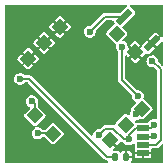
<source format=gbr>
%TF.GenerationSoftware,KiCad,Pcbnew,7.0.6*%
%TF.CreationDate,2024-02-16T19:59:29+01:00*%
%TF.ProjectId,minitari,6d696e69-7461-4726-992e-6b696361645f,rev?*%
%TF.SameCoordinates,Original*%
%TF.FileFunction,Copper,L1,Top*%
%TF.FilePolarity,Positive*%
%FSLAX46Y46*%
G04 Gerber Fmt 4.6, Leading zero omitted, Abs format (unit mm)*
G04 Created by KiCad (PCBNEW 7.0.6) date 2024-02-16 19:59:29*
%MOMM*%
%LPD*%
G01*
G04 APERTURE LIST*
G04 Aperture macros list*
%AMRoundRect*
0 Rectangle with rounded corners*
0 $1 Rounding radius*
0 $2 $3 $4 $5 $6 $7 $8 $9 X,Y pos of 4 corners*
0 Add a 4 corners polygon primitive as box body*
4,1,4,$2,$3,$4,$5,$6,$7,$8,$9,$2,$3,0*
0 Add four circle primitives for the rounded corners*
1,1,$1+$1,$2,$3*
1,1,$1+$1,$4,$5*
1,1,$1+$1,$6,$7*
1,1,$1+$1,$8,$9*
0 Add four rect primitives between the rounded corners*
20,1,$1+$1,$2,$3,$4,$5,0*
20,1,$1+$1,$4,$5,$6,$7,0*
20,1,$1+$1,$6,$7,$8,$9,0*
20,1,$1+$1,$8,$9,$2,$3,0*%
%AMRotRect*
0 Rectangle, with rotation*
0 The origin of the aperture is its center*
0 $1 length*
0 $2 width*
0 $3 Rotation angle, in degrees counterclockwise*
0 Add horizontal line*
21,1,$1,$2,0,0,$3*%
G04 Aperture macros list end*
%TA.AperFunction,SMDPad,CuDef*%
%ADD10RotRect,0.550000X1.500000X135.000000*%
%TD*%
%TA.AperFunction,SMDPad,CuDef*%
%ADD11RoundRect,0.147500X0.147500X0.172500X-0.147500X0.172500X-0.147500X-0.172500X0.147500X-0.172500X0*%
%TD*%
%TA.AperFunction,SMDPad,CuDef*%
%ADD12R,1.000000X0.500000*%
%TD*%
%TA.AperFunction,SMDPad,CuDef*%
%ADD13RotRect,1.000000X1.000000X225.000000*%
%TD*%
%TA.AperFunction,ViaPad*%
%ADD14C,0.600000*%
%TD*%
%TA.AperFunction,Conductor*%
%ADD15C,0.200000*%
%TD*%
G04 APERTURE END LIST*
D10*
%TO.P,SW3,1,A*%
%TO.N,GND*%
X125066726Y-67996016D03*
%TO.P,SW3,3,B*%
%TO.N,D22*%
X122733274Y-65733274D03*
%TD*%
D11*
%TO.P,D1,1,K*%
%TO.N,GND*%
X122885000Y-77600000D03*
%TO.P,D1,2,A*%
%TO.N,Net-(D1-A)*%
X121915000Y-77600000D03*
%TD*%
D12*
%TO.P,J3,1,Pin_1*%
%TO.N,GND*%
X124300000Y-77275000D03*
%TO.P,J3,2,Pin_2*%
%TO.N,Net-(J3-Pin_2)*%
X124300000Y-76575000D03*
%TO.P,J3,3,Pin_3*%
%TO.N,Net-(J3-Pin_3)*%
X124300000Y-75875000D03*
%TO.P,J3,4,Pin_4*%
%TO.N,VCC*%
X124300000Y-75175000D03*
%TD*%
D13*
%TO.P,SW1,1,1_1*%
%TO.N,D16{slash}MOSI*%
X124208326Y-73521320D03*
%TO.P,SW1,2,3_1*%
%TO.N,D14{slash}MISO*%
X122864823Y-74864823D03*
%TO.P,SW1,3,2_2*%
%TO.N,GND*%
X121521320Y-76208326D03*
%TO.P,SW1,4,2_1*%
%TO.N,D1{slash}TX*%
X116712994Y-75642641D03*
%TO.P,SW1,5,5_1*%
%TO.N,D4*%
X115157359Y-74087006D03*
%TO.P,SW1,6,5_2*%
%TO.N,GND*%
X114591674Y-69278680D03*
%TO.P,SW1,7,3_2*%
X115935177Y-67935177D03*
%TO.P,SW1,8,4_2*%
X117278680Y-66591674D03*
%TO.P,SW1,9,4_1*%
%TO.N,D23*%
X122087006Y-67157359D03*
%TO.P,SW1,10,1_2*%
%TO.N,GND*%
X123642641Y-68712994D03*
%TD*%
D14*
%TO.N,GND*%
X118000000Y-76300000D03*
X120100000Y-77600000D03*
X125000000Y-71600000D03*
X119400000Y-71400000D03*
%TO.N,VCC*%
X125200000Y-74900000D03*
X122500000Y-68275500D03*
X123100000Y-76100000D03*
X120558070Y-75758069D03*
X123870105Y-72446643D03*
%TO.N,Net-(D1-A)*%
X113900000Y-71000000D03*
%TO.N,D14{slash}MISO*%
X122864823Y-74864823D03*
%TO.N,D16{slash}MOSI*%
X123716149Y-74001112D03*
%TO.N,Net-(J3-Pin_2)*%
X125110000Y-69500000D03*
%TO.N,Net-(J3-Pin_3)*%
X125200500Y-75863536D03*
%TO.N,D1{slash}TX*%
X115400000Y-75600000D03*
%TO.N,D4*%
X114900000Y-72900000D03*
%TO.N,D22*%
X119800000Y-67000000D03*
%TO.N,D23*%
X122123992Y-67069720D03*
%TD*%
D15*
%TO.N,VCC*%
X123100000Y-76100000D02*
X123100000Y-75761018D01*
X123686018Y-75175000D02*
X124300000Y-75175000D01*
X125200000Y-75000000D02*
X125025000Y-75175000D01*
X125025000Y-75175000D02*
X124300000Y-75175000D01*
X121801219Y-75201219D02*
X122700000Y-76100000D01*
X122500000Y-71076538D02*
X122500000Y-68275500D01*
X122700000Y-76100000D02*
X123100000Y-76100000D01*
X123100000Y-75761018D02*
X123686018Y-75175000D01*
X123870105Y-72446643D02*
X122500000Y-71076538D01*
X121114920Y-75201219D02*
X121801219Y-75201219D01*
X125200000Y-74900000D02*
X125200000Y-75000000D01*
X120558070Y-75758069D02*
X121114920Y-75201219D01*
%TO.N,Net-(D1-A)*%
X121300000Y-77600000D02*
X114700000Y-71000000D01*
X121915000Y-77600000D02*
X121300000Y-77600000D01*
X114700000Y-71000000D02*
X113900000Y-71000000D01*
%TO.N,Net-(J3-Pin_2)*%
X125800000Y-70190000D02*
X125800000Y-76200000D01*
X125110000Y-69500000D02*
X125800000Y-70190000D01*
X125800000Y-76200000D02*
X125425000Y-76575000D01*
X125425000Y-76575000D02*
X124300000Y-76575000D01*
%TO.N,Net-(J3-Pin_3)*%
X125189036Y-75875000D02*
X124300000Y-75875000D01*
X125200500Y-75863536D02*
X125189036Y-75875000D01*
%TO.N,D1{slash}TX*%
X116670353Y-75600000D02*
X116712994Y-75642641D01*
X115400000Y-75600000D02*
X116670353Y-75600000D01*
%TO.N,D4*%
X115157359Y-73157359D02*
X114900000Y-72900000D01*
X115157359Y-74087006D02*
X115157359Y-73157359D01*
%TO.N,D22*%
X119800000Y-67000000D02*
X121066726Y-65733274D01*
X121066726Y-65733274D02*
X122733274Y-65733274D01*
%TD*%
%TA.AperFunction,Conductor*%
%TO.N,GND*%
G36*
X122912773Y-64719407D02*
G01*
X122948737Y-64768907D01*
X122948737Y-64830093D01*
X122924586Y-64869504D01*
X122390312Y-65403778D01*
X122335795Y-65431555D01*
X122320308Y-65432774D01*
X121131890Y-65432774D01*
X121118214Y-65430541D01*
X121118043Y-65431768D01*
X121108959Y-65430500D01*
X121068612Y-65432366D01*
X121060932Y-65432721D01*
X121058656Y-65432774D01*
X121038879Y-65432774D01*
X121035384Y-65433427D01*
X121028571Y-65434217D01*
X120996736Y-65435688D01*
X120996732Y-65435689D01*
X120987741Y-65439659D01*
X120965953Y-65446406D01*
X120956296Y-65448211D01*
X120956290Y-65448213D01*
X120929192Y-65464991D01*
X120923125Y-65468189D01*
X120893963Y-65481066D01*
X120893959Y-65481069D01*
X120887010Y-65488018D01*
X120869135Y-65502177D01*
X120860774Y-65507354D01*
X120841565Y-65532789D01*
X120837061Y-65537966D01*
X119904524Y-66470504D01*
X119850007Y-66498281D01*
X119834520Y-66499500D01*
X119728035Y-66499500D01*
X119589949Y-66540046D01*
X119589942Y-66540049D01*
X119468873Y-66617855D01*
X119374622Y-66726628D01*
X119314834Y-66857543D01*
X119294353Y-66999997D01*
X119294353Y-67000002D01*
X119314834Y-67142456D01*
X119357367Y-67235588D01*
X119374623Y-67273373D01*
X119457909Y-67369491D01*
X119468873Y-67382144D01*
X119580891Y-67454133D01*
X119589947Y-67459953D01*
X119669842Y-67483412D01*
X119728035Y-67500499D01*
X119728036Y-67500499D01*
X119728039Y-67500500D01*
X119728041Y-67500500D01*
X119871959Y-67500500D01*
X119871961Y-67500500D01*
X120010053Y-67459953D01*
X120131128Y-67382143D01*
X120225377Y-67273373D01*
X120285165Y-67142457D01*
X120305647Y-67000000D01*
X120302558Y-66978517D01*
X120312990Y-66918228D01*
X120330547Y-66894423D01*
X121162202Y-66062770D01*
X121216718Y-66034993D01*
X121232205Y-66033774D01*
X121715778Y-66033774D01*
X121773969Y-66052681D01*
X121809933Y-66102181D01*
X121812876Y-66113461D01*
X121819622Y-66147380D01*
X121852748Y-66196958D01*
X121884745Y-66228955D01*
X121912521Y-66283472D01*
X121902949Y-66343904D01*
X121884744Y-66368961D01*
X121224159Y-67029548D01*
X121191032Y-67079127D01*
X121191031Y-67079129D01*
X121175472Y-67157358D01*
X121175472Y-67157359D01*
X121191031Y-67235588D01*
X121191032Y-67235590D01*
X121216277Y-67273373D01*
X121224160Y-67285170D01*
X121959195Y-68020205D01*
X121972924Y-68029378D01*
X122010803Y-68077426D01*
X122012696Y-68125582D01*
X122015842Y-68126035D01*
X121994353Y-68275497D01*
X121994353Y-68275502D01*
X122014834Y-68417956D01*
X122074623Y-68548873D01*
X122173509Y-68662994D01*
X122171474Y-68664756D01*
X122196930Y-68706985D01*
X122199499Y-68729393D01*
X122199500Y-71011373D01*
X122197280Y-71025051D01*
X122198494Y-71025221D01*
X122197226Y-71034304D01*
X122199447Y-71082321D01*
X122199500Y-71084607D01*
X122199500Y-71104380D01*
X122200152Y-71107870D01*
X122200943Y-71114687D01*
X122202414Y-71146525D01*
X122202415Y-71146532D01*
X122206384Y-71155520D01*
X122213133Y-71177311D01*
X122214939Y-71186971D01*
X122231717Y-71214071D01*
X122234915Y-71220138D01*
X122247793Y-71249301D01*
X122247794Y-71249303D01*
X122254745Y-71256254D01*
X122268907Y-71274134D01*
X122274081Y-71282489D01*
X122274081Y-71282490D01*
X122299511Y-71301694D01*
X122304690Y-71306200D01*
X123339558Y-72341067D01*
X123367335Y-72395584D01*
X123367546Y-72425157D01*
X123364459Y-72446640D01*
X123364458Y-72446645D01*
X123384939Y-72589099D01*
X123409988Y-72643947D01*
X123444728Y-72720016D01*
X123538977Y-72828786D01*
X123538978Y-72828787D01*
X123661617Y-72907602D01*
X123700348Y-72954968D01*
X123703842Y-73016053D01*
X123678098Y-73060889D01*
X123345479Y-73393509D01*
X123312352Y-73443088D01*
X123312351Y-73443090D01*
X123296792Y-73521319D01*
X123296792Y-73521320D01*
X123312351Y-73599549D01*
X123316084Y-73608561D01*
X123313476Y-73609641D01*
X123325979Y-73653989D01*
X123304796Y-73711391D01*
X123301877Y-73714922D01*
X123290772Y-73727738D01*
X123230983Y-73858655D01*
X123211152Y-73996585D01*
X123184156Y-74051493D01*
X123130042Y-74080046D01*
X123069479Y-74071338D01*
X123043159Y-74052502D01*
X122992634Y-74001977D01*
X122991339Y-74001112D01*
X122943054Y-73968849D01*
X122943052Y-73968848D01*
X122864824Y-73953289D01*
X122864822Y-73953289D01*
X122786593Y-73968848D01*
X122786591Y-73968849D01*
X122737015Y-74001974D01*
X122001974Y-74737015D01*
X121968849Y-74786591D01*
X121968848Y-74786593D01*
X121961999Y-74821031D01*
X121932103Y-74874416D01*
X121876539Y-74900033D01*
X121864901Y-74900719D01*
X121847567Y-74900719D01*
X121824902Y-74898089D01*
X121815338Y-74895840D01*
X121815337Y-74895840D01*
X121783766Y-74900244D01*
X121776920Y-74900719D01*
X121180085Y-74900719D01*
X121166409Y-74898486D01*
X121166238Y-74899713D01*
X121157154Y-74898445D01*
X121116807Y-74900311D01*
X121109127Y-74900666D01*
X121106851Y-74900719D01*
X121087073Y-74900719D01*
X121083578Y-74901372D01*
X121076765Y-74902162D01*
X121044931Y-74903633D01*
X121044927Y-74903634D01*
X121035933Y-74907605D01*
X121014148Y-74914351D01*
X121004491Y-74916156D01*
X121004485Y-74916159D01*
X120977385Y-74932937D01*
X120971316Y-74936136D01*
X120942158Y-74949011D01*
X120942151Y-74949015D01*
X120935206Y-74955961D01*
X120917326Y-74970124D01*
X120908968Y-74975299D01*
X120889759Y-75000734D01*
X120885255Y-75005910D01*
X120662594Y-75228572D01*
X120608077Y-75256350D01*
X120592590Y-75257569D01*
X120486105Y-75257569D01*
X120348019Y-75298115D01*
X120348012Y-75298118D01*
X120226943Y-75375924D01*
X120132692Y-75484697D01*
X120072904Y-75615612D01*
X120059276Y-75710395D01*
X120032280Y-75765302D01*
X119978165Y-75793855D01*
X119917603Y-75785147D01*
X119891280Y-75766309D01*
X114958565Y-70833594D01*
X114950479Y-70822344D01*
X114949487Y-70823094D01*
X114943958Y-70815772D01*
X114908428Y-70783382D01*
X114906775Y-70781804D01*
X114892797Y-70767826D01*
X114889859Y-70765813D01*
X114884496Y-70761564D01*
X114860933Y-70740084D01*
X114851762Y-70736531D01*
X114831586Y-70725895D01*
X114823484Y-70720345D01*
X114823479Y-70720343D01*
X114792457Y-70713046D01*
X114785902Y-70711016D01*
X114756177Y-70699501D01*
X114756174Y-70699500D01*
X114756173Y-70699500D01*
X114756172Y-70699500D01*
X114746348Y-70699500D01*
X114723683Y-70696870D01*
X114714119Y-70694621D01*
X114714118Y-70694621D01*
X114682547Y-70699025D01*
X114675701Y-70699500D01*
X114347083Y-70699500D01*
X114288892Y-70680593D01*
X114272264Y-70665331D01*
X114231128Y-70617857D01*
X114198182Y-70596684D01*
X114110057Y-70540049D01*
X114110054Y-70540047D01*
X114110053Y-70540047D01*
X114110050Y-70540046D01*
X113971964Y-70499500D01*
X113971961Y-70499500D01*
X113828039Y-70499500D01*
X113828035Y-70499500D01*
X113689949Y-70540046D01*
X113689942Y-70540049D01*
X113568873Y-70617855D01*
X113474622Y-70726628D01*
X113414834Y-70857543D01*
X113394353Y-70999997D01*
X113394353Y-71000002D01*
X113414834Y-71142456D01*
X113463630Y-71249303D01*
X113474623Y-71273373D01*
X113527736Y-71334669D01*
X113568873Y-71382144D01*
X113568875Y-71382145D01*
X113689947Y-71459953D01*
X113796403Y-71491211D01*
X113828035Y-71500499D01*
X113828036Y-71500499D01*
X113828039Y-71500500D01*
X113828041Y-71500500D01*
X113971959Y-71500500D01*
X113971961Y-71500500D01*
X114110053Y-71459953D01*
X114231128Y-71382143D01*
X114272264Y-71334668D01*
X114324660Y-71303073D01*
X114347083Y-71300500D01*
X114534521Y-71300500D01*
X114592712Y-71319407D01*
X114604525Y-71329496D01*
X121041437Y-77766409D01*
X121049537Y-77777648D01*
X121050516Y-77776909D01*
X121056044Y-77784230D01*
X121091559Y-77816606D01*
X121093211Y-77818184D01*
X121107200Y-77832172D01*
X121107203Y-77832175D01*
X121109454Y-77833717D01*
X121110130Y-77834180D01*
X121115512Y-77838443D01*
X121131992Y-77853466D01*
X121139067Y-77859916D01*
X121139070Y-77859917D01*
X121148226Y-77863464D01*
X121168416Y-77874105D01*
X121176520Y-77879657D01*
X121207550Y-77886954D01*
X121214099Y-77888983D01*
X121243827Y-77900500D01*
X121253653Y-77900500D01*
X121276323Y-77903131D01*
X121280574Y-77904131D01*
X121332889Y-77935860D01*
X121356562Y-77992280D01*
X121342551Y-78051840D01*
X121296208Y-78091790D01*
X121257904Y-78099500D01*
X112742476Y-78099500D01*
X112684285Y-78080593D01*
X112648321Y-78031093D01*
X112643476Y-78000500D01*
X112643476Y-74087006D01*
X114245825Y-74087006D01*
X114261384Y-74165235D01*
X114261385Y-74165237D01*
X114294513Y-74214817D01*
X115029548Y-74949852D01*
X115079128Y-74982980D01*
X115109923Y-74989105D01*
X115163308Y-75019000D01*
X115188925Y-75074564D01*
X115176990Y-75134574D01*
X115144136Y-75169487D01*
X115068872Y-75217856D01*
X114974622Y-75326628D01*
X114914834Y-75457543D01*
X114894353Y-75599997D01*
X114894353Y-75600002D01*
X114914834Y-75742456D01*
X114974622Y-75873371D01*
X114974623Y-75873373D01*
X115027736Y-75934669D01*
X115068873Y-75982144D01*
X115189942Y-76059950D01*
X115189947Y-76059953D01*
X115296403Y-76091211D01*
X115328035Y-76100499D01*
X115328036Y-76100499D01*
X115328039Y-76100500D01*
X115328041Y-76100500D01*
X115471959Y-76100500D01*
X115471961Y-76100500D01*
X115610053Y-76059953D01*
X115731128Y-75982143D01*
X115772264Y-75934668D01*
X115824660Y-75903073D01*
X115847083Y-75900500D01*
X115939188Y-75900500D01*
X115997379Y-75919407D01*
X116009192Y-75929496D01*
X116585183Y-76505487D01*
X116634763Y-76538615D01*
X116673878Y-76546395D01*
X116712993Y-76554175D01*
X116712994Y-76554175D01*
X116712995Y-76554175D01*
X116739070Y-76548988D01*
X116791225Y-76538615D01*
X116840805Y-76505487D01*
X117575840Y-75770452D01*
X117608968Y-75720872D01*
X117624528Y-75642641D01*
X117608968Y-75564410D01*
X117575840Y-75514830D01*
X116840805Y-74779795D01*
X116791225Y-74746667D01*
X116791223Y-74746666D01*
X116712995Y-74731107D01*
X116712993Y-74731107D01*
X116634764Y-74746666D01*
X116634762Y-74746667D01*
X116585186Y-74779792D01*
X116094474Y-75270504D01*
X116039957Y-75298281D01*
X116024470Y-75299500D01*
X115847083Y-75299500D01*
X115788892Y-75280593D01*
X115772264Y-75265331D01*
X115731128Y-75217857D01*
X115655863Y-75169487D01*
X115610057Y-75140049D01*
X115610054Y-75140047D01*
X115610053Y-75140047D01*
X115610050Y-75140046D01*
X115471964Y-75099500D01*
X115471961Y-75099500D01*
X115374529Y-75099500D01*
X115316338Y-75080593D01*
X115280374Y-75031093D01*
X115280374Y-74969907D01*
X115304523Y-74930498D01*
X116020205Y-74214817D01*
X116053333Y-74165237D01*
X116068893Y-74087006D01*
X116053333Y-74008775D01*
X116020205Y-73959195D01*
X115486854Y-73425844D01*
X115459078Y-73371328D01*
X115457859Y-73355841D01*
X115457859Y-73222530D01*
X115460090Y-73208853D01*
X115458865Y-73208683D01*
X115460133Y-73199592D01*
X115457912Y-73151562D01*
X115457859Y-73149276D01*
X115457859Y-73129520D01*
X115457859Y-73129515D01*
X115457204Y-73126013D01*
X115456416Y-73119224D01*
X115454944Y-73087368D01*
X115450974Y-73078378D01*
X115444224Y-73056579D01*
X115442420Y-73046926D01*
X115425639Y-73019823D01*
X115422442Y-73013758D01*
X115409565Y-72984594D01*
X115408900Y-72983087D01*
X115401475Y-72929013D01*
X115404699Y-72906596D01*
X115405647Y-72900000D01*
X115385165Y-72757543D01*
X115325377Y-72626627D01*
X115231128Y-72517857D01*
X115231127Y-72517856D01*
X115231126Y-72517855D01*
X115110057Y-72440049D01*
X115110054Y-72440047D01*
X115110053Y-72440047D01*
X115110050Y-72440046D01*
X114971964Y-72399500D01*
X114971961Y-72399500D01*
X114828039Y-72399500D01*
X114828035Y-72399500D01*
X114689949Y-72440046D01*
X114689942Y-72440049D01*
X114568873Y-72517855D01*
X114474622Y-72626628D01*
X114414834Y-72757543D01*
X114394353Y-72899997D01*
X114394353Y-72900002D01*
X114414834Y-73042456D01*
X114454593Y-73129515D01*
X114474623Y-73173373D01*
X114568872Y-73282143D01*
X114568873Y-73282144D01*
X114689942Y-73359950D01*
X114689947Y-73359953D01*
X114689951Y-73359954D01*
X114696388Y-73362894D01*
X114695532Y-73364767D01*
X114737902Y-73393737D01*
X114758466Y-73451364D01*
X114741230Y-73510071D01*
X114729510Y-73524197D01*
X114294512Y-73959195D01*
X114261385Y-74008774D01*
X114261384Y-74008776D01*
X114245825Y-74087005D01*
X114245825Y-74087006D01*
X112643476Y-74087006D01*
X112643476Y-69844364D01*
X114167409Y-69844364D01*
X114464184Y-70141139D01*
X114513638Y-70174183D01*
X114591674Y-70189704D01*
X114669709Y-70174183D01*
X114669710Y-70174183D01*
X114719166Y-70141137D01*
X114719175Y-70141129D01*
X115015937Y-69844365D01*
X114591673Y-69420101D01*
X114167409Y-69844364D01*
X112643476Y-69844364D01*
X112643476Y-69278679D01*
X113680649Y-69278679D01*
X113696170Y-69356715D01*
X113729214Y-69406169D01*
X114025988Y-69702943D01*
X114450251Y-69278679D01*
X114733095Y-69278679D01*
X115157359Y-69702943D01*
X115454123Y-69406181D01*
X115454131Y-69406172D01*
X115487177Y-69356716D01*
X115487177Y-69356715D01*
X115502698Y-69278679D01*
X115487177Y-69200644D01*
X115454133Y-69151190D01*
X115157358Y-68854415D01*
X114733095Y-69278679D01*
X114450251Y-69278679D01*
X114025988Y-68854415D01*
X113729216Y-69151187D01*
X113696170Y-69200644D01*
X113680649Y-69278679D01*
X112643476Y-69278679D01*
X112643476Y-68712993D01*
X114167409Y-68712993D01*
X114591673Y-69137257D01*
X115015937Y-68712994D01*
X114803804Y-68500861D01*
X115510912Y-68500861D01*
X115807687Y-68797636D01*
X115857141Y-68830680D01*
X115935176Y-68846201D01*
X116013212Y-68830680D01*
X116013213Y-68830680D01*
X116062669Y-68797634D01*
X116062678Y-68797626D01*
X116359440Y-68500862D01*
X115935176Y-68076598D01*
X115510912Y-68500861D01*
X114803804Y-68500861D01*
X114719163Y-68416220D01*
X114669709Y-68383176D01*
X114591674Y-68367655D01*
X114513638Y-68383176D01*
X114464181Y-68416222D01*
X114167409Y-68712993D01*
X112643476Y-68712993D01*
X112643476Y-67935176D01*
X115024152Y-67935176D01*
X115039673Y-68013212D01*
X115072717Y-68062666D01*
X115369490Y-68359440D01*
X115793754Y-67935176D01*
X116076598Y-67935176D01*
X116500862Y-68359440D01*
X116797626Y-68062678D01*
X116797634Y-68062669D01*
X116830680Y-68013213D01*
X116830680Y-68013212D01*
X116846201Y-67935176D01*
X116830680Y-67857141D01*
X116797636Y-67807687D01*
X116500861Y-67510912D01*
X116076598Y-67935176D01*
X115793754Y-67935176D01*
X115369491Y-67510912D01*
X115072719Y-67807684D01*
X115039673Y-67857141D01*
X115024152Y-67935176D01*
X112643476Y-67935176D01*
X112643476Y-67369491D01*
X115510912Y-67369491D01*
X115935176Y-67793754D01*
X116359440Y-67369491D01*
X116147307Y-67157358D01*
X116854415Y-67157358D01*
X117151190Y-67454133D01*
X117200644Y-67487177D01*
X117278680Y-67502698D01*
X117356715Y-67487177D01*
X117356716Y-67487177D01*
X117406172Y-67454131D01*
X117406181Y-67454123D01*
X117702943Y-67157359D01*
X117278679Y-66733095D01*
X116854415Y-67157358D01*
X116147307Y-67157358D01*
X116062666Y-67072717D01*
X116013212Y-67039673D01*
X115935177Y-67024152D01*
X115857141Y-67039673D01*
X115807684Y-67072719D01*
X115510912Y-67369491D01*
X112643476Y-67369491D01*
X112643476Y-66591674D01*
X116367655Y-66591674D01*
X116383176Y-66669709D01*
X116416220Y-66719163D01*
X116712993Y-67015937D01*
X117137257Y-66591673D01*
X117420101Y-66591673D01*
X117844365Y-67015937D01*
X118141129Y-66719175D01*
X118141137Y-66719166D01*
X118174183Y-66669710D01*
X118174183Y-66669709D01*
X118189704Y-66591674D01*
X118174183Y-66513638D01*
X118141139Y-66464184D01*
X117844364Y-66167409D01*
X117420101Y-66591673D01*
X117137257Y-66591673D01*
X116712994Y-66167409D01*
X116416222Y-66464181D01*
X116383176Y-66513638D01*
X116367655Y-66591674D01*
X112643476Y-66591674D01*
X112643476Y-66025987D01*
X116854415Y-66025987D01*
X117278679Y-66450251D01*
X117702943Y-66025988D01*
X117406169Y-65729214D01*
X117356715Y-65696170D01*
X117278680Y-65680649D01*
X117200644Y-65696170D01*
X117151187Y-65729216D01*
X116854415Y-66025987D01*
X112643476Y-66025987D01*
X112643476Y-64799500D01*
X112662383Y-64741309D01*
X112711883Y-64705345D01*
X112742476Y-64700500D01*
X122854582Y-64700500D01*
X122912773Y-64719407D01*
G37*
%TD.AperFunction*%
%TA.AperFunction,Conductor*%
G36*
X121566265Y-76118702D02*
G01*
X121591324Y-76136908D01*
X122087005Y-76632589D01*
X122377987Y-76341609D01*
X122432503Y-76313832D01*
X122492935Y-76323403D01*
X122503923Y-76329928D01*
X122507201Y-76332172D01*
X122507203Y-76332174D01*
X122510132Y-76334181D01*
X122515496Y-76338428D01*
X122527490Y-76349362D01*
X122539064Y-76359914D01*
X122539065Y-76359914D01*
X122539067Y-76359916D01*
X122548230Y-76363466D01*
X122568416Y-76374105D01*
X122576519Y-76379656D01*
X122607553Y-76386955D01*
X122614090Y-76388979D01*
X122643827Y-76400500D01*
X122652917Y-76400500D01*
X122711108Y-76419407D01*
X122727737Y-76434670D01*
X122768871Y-76482142D01*
X122768872Y-76482143D01*
X122876790Y-76551498D01*
X122889947Y-76559953D01*
X122996403Y-76591211D01*
X123028035Y-76600499D01*
X123028036Y-76600499D01*
X123028039Y-76600500D01*
X123028041Y-76600500D01*
X123171959Y-76600500D01*
X123171961Y-76600500D01*
X123310053Y-76559953D01*
X123431128Y-76482143D01*
X123431133Y-76482137D01*
X123435666Y-76478210D01*
X123492025Y-76454390D01*
X123551621Y-76468247D01*
X123591690Y-76514486D01*
X123599500Y-76553027D01*
X123599500Y-76844750D01*
X123611876Y-76906966D01*
X123611876Y-76945593D01*
X123600000Y-77005297D01*
X123600000Y-77174999D01*
X123600001Y-77175000D01*
X124999999Y-77175000D01*
X125000000Y-77174998D01*
X125000000Y-77005302D01*
X124999999Y-77005299D01*
X124997715Y-76993814D01*
X125004907Y-76933053D01*
X125046439Y-76888123D01*
X125094813Y-76875500D01*
X125359836Y-76875500D01*
X125373511Y-76877732D01*
X125373683Y-76876506D01*
X125382764Y-76877772D01*
X125382765Y-76877773D01*
X125382765Y-76877772D01*
X125382766Y-76877773D01*
X125391507Y-76877368D01*
X125430793Y-76875552D01*
X125433070Y-76875500D01*
X125452841Y-76875500D01*
X125452844Y-76875500D01*
X125456337Y-76874846D01*
X125463141Y-76874056D01*
X125494992Y-76872585D01*
X125503976Y-76868617D01*
X125525777Y-76861865D01*
X125535433Y-76860061D01*
X125562543Y-76843274D01*
X125568589Y-76840088D01*
X125597765Y-76827206D01*
X125604709Y-76820260D01*
X125622601Y-76806089D01*
X125630952Y-76800919D01*
X125650165Y-76775474D01*
X125654662Y-76770308D01*
X125873473Y-76551498D01*
X125927989Y-76523721D01*
X125988421Y-76533292D01*
X126031686Y-76576557D01*
X126042476Y-76621502D01*
X126042476Y-78000500D01*
X126023569Y-78058691D01*
X125974069Y-78094655D01*
X125943476Y-78099500D01*
X123418841Y-78099500D01*
X123360650Y-78080593D01*
X123324686Y-78031093D01*
X123324686Y-77969907D01*
X123329117Y-77958660D01*
X123373338Y-77863827D01*
X123379999Y-77813225D01*
X123380000Y-77813221D01*
X123380000Y-77700001D01*
X123379999Y-77700000D01*
X122884000Y-77700000D01*
X122825809Y-77681093D01*
X122789845Y-77631593D01*
X122785000Y-77601000D01*
X122785000Y-77544700D01*
X123600000Y-77544700D01*
X123611603Y-77603036D01*
X123655806Y-77669189D01*
X123655810Y-77669193D01*
X123721963Y-77713396D01*
X123780299Y-77724999D01*
X123780303Y-77725000D01*
X124199999Y-77725000D01*
X124200000Y-77724998D01*
X124399999Y-77724998D01*
X124400001Y-77725000D01*
X124819697Y-77725000D01*
X124819700Y-77724999D01*
X124878036Y-77713396D01*
X124944189Y-77669193D01*
X124944193Y-77669189D01*
X124988396Y-77603036D01*
X124999999Y-77544700D01*
X125000000Y-77544697D01*
X125000000Y-77375001D01*
X124999999Y-77375000D01*
X124400001Y-77375000D01*
X124399999Y-77375001D01*
X124399999Y-77724998D01*
X124200000Y-77724998D01*
X124200000Y-77375001D01*
X124199999Y-77375000D01*
X123600001Y-77375000D01*
X123600000Y-77375001D01*
X123600000Y-77544700D01*
X122785000Y-77544700D01*
X122785000Y-77080001D01*
X122784999Y-77080000D01*
X122985000Y-77080000D01*
X122985000Y-77499999D01*
X122985001Y-77500000D01*
X123379999Y-77500000D01*
X123380000Y-77499999D01*
X123380000Y-77386779D01*
X123379999Y-77386774D01*
X123373338Y-77336172D01*
X123321548Y-77225109D01*
X123234890Y-77138451D01*
X123123826Y-77086661D01*
X123123828Y-77086661D01*
X123073225Y-77080000D01*
X122985000Y-77080000D01*
X122784999Y-77080000D01*
X122696774Y-77080000D01*
X122646172Y-77086661D01*
X122535107Y-77138452D01*
X122470356Y-77203203D01*
X122415839Y-77230980D01*
X122355407Y-77221408D01*
X122330352Y-77203205D01*
X122267511Y-77140364D01*
X122163170Y-77089355D01*
X122163171Y-77089355D01*
X122144679Y-77086661D01*
X122095528Y-77079500D01*
X121879103Y-77079500D01*
X121820912Y-77060593D01*
X121784948Y-77011093D01*
X121784948Y-76949907D01*
X121809099Y-76910497D01*
X121945583Y-76774011D01*
X121449902Y-76278330D01*
X121422125Y-76223813D01*
X121431696Y-76163381D01*
X121449902Y-76138322D01*
X121451316Y-76136908D01*
X121505833Y-76109131D01*
X121566265Y-76118702D01*
G37*
%TD.AperFunction*%
%TA.AperFunction,Conductor*%
G36*
X126001667Y-64719407D02*
G01*
X126037631Y-64768907D01*
X126042476Y-64799500D01*
X126042476Y-67389257D01*
X126023569Y-67447448D01*
X125974069Y-67483412D01*
X125912883Y-67483412D01*
X125873472Y-67459261D01*
X125809187Y-67394976D01*
X125208146Y-67996016D01*
X125473311Y-68261180D01*
X125873472Y-67861020D01*
X125927989Y-67833243D01*
X125988421Y-67842814D01*
X126031686Y-67886079D01*
X126042476Y-67931024D01*
X126042476Y-69768497D01*
X126023569Y-69826688D01*
X125974069Y-69862652D01*
X125912883Y-69862652D01*
X125873472Y-69838501D01*
X125640546Y-69605575D01*
X125612769Y-69551058D01*
X125612558Y-69521482D01*
X125615647Y-69500000D01*
X125604159Y-69420101D01*
X125595165Y-69357543D01*
X125594787Y-69356715D01*
X125535377Y-69226627D01*
X125441128Y-69117857D01*
X125441127Y-69117856D01*
X125441126Y-69117855D01*
X125320057Y-69040049D01*
X125320054Y-69040047D01*
X125320053Y-69040047D01*
X125320050Y-69040046D01*
X125181964Y-68999500D01*
X125181961Y-68999500D01*
X125038039Y-68999500D01*
X125038037Y-68999500D01*
X125038033Y-68999501D01*
X124981187Y-69016192D01*
X124920027Y-69014444D01*
X124871575Y-68977081D01*
X124854337Y-68918374D01*
X124874899Y-68860747D01*
X124883294Y-68851198D01*
X125331890Y-68402601D01*
X124660140Y-67730851D01*
X124225298Y-68165694D01*
X124170781Y-68193471D01*
X124167919Y-68193017D01*
X124194384Y-68244959D01*
X124184813Y-68305391D01*
X124166607Y-68330450D01*
X123784063Y-68712993D01*
X124208326Y-69137256D01*
X124466392Y-68879191D01*
X124520909Y-68851414D01*
X124581341Y-68860985D01*
X124598990Y-68873808D01*
X124599600Y-68873066D01*
X124603357Y-68876149D01*
X124652812Y-68909195D01*
X124730853Y-68924719D01*
X124740601Y-68924719D01*
X124740601Y-68928158D01*
X124784397Y-68933331D01*
X124829337Y-68974853D01*
X124841288Y-69034860D01*
X124815685Y-69090431D01*
X124796496Y-69106530D01*
X124778873Y-69117855D01*
X124684622Y-69226628D01*
X124624834Y-69357543D01*
X124604353Y-69499997D01*
X124604353Y-69500002D01*
X124624834Y-69642456D01*
X124652458Y-69702943D01*
X124684623Y-69773373D01*
X124761983Y-69862652D01*
X124778873Y-69882144D01*
X124899942Y-69959950D01*
X124899947Y-69959953D01*
X124982008Y-69984048D01*
X125038035Y-70000499D01*
X125038036Y-70000499D01*
X125038039Y-70000500D01*
X125038041Y-70000500D01*
X125144521Y-70000500D01*
X125202712Y-70019407D01*
X125214525Y-70029496D01*
X125470504Y-70285475D01*
X125498281Y-70339992D01*
X125499500Y-70355479D01*
X125499500Y-74334062D01*
X125480593Y-74392253D01*
X125431093Y-74428217D01*
X125372609Y-74429052D01*
X125271964Y-74399500D01*
X125271961Y-74399500D01*
X125128039Y-74399500D01*
X125128035Y-74399500D01*
X124989949Y-74440046D01*
X124989942Y-74440049D01*
X124868873Y-74517855D01*
X124774622Y-74626628D01*
X124756355Y-74666627D01*
X124714983Y-74711704D01*
X124666302Y-74724500D01*
X123780252Y-74724500D01*
X123780250Y-74724500D01*
X123780240Y-74724501D01*
X123777849Y-74724977D01*
X123776742Y-74724845D01*
X123775411Y-74724977D01*
X123775382Y-74724684D01*
X123717088Y-74717781D01*
X123688539Y-74697882D01*
X123661273Y-74670616D01*
X123633496Y-74616099D01*
X123643067Y-74555667D01*
X123686332Y-74512402D01*
X123731277Y-74501612D01*
X123788108Y-74501612D01*
X123788110Y-74501612D01*
X123926202Y-74461065D01*
X124008946Y-74407888D01*
X124068119Y-74392334D01*
X124117471Y-74408859D01*
X124130095Y-74417294D01*
X124169210Y-74425074D01*
X124208325Y-74432854D01*
X124208326Y-74432854D01*
X124208327Y-74432854D01*
X124234402Y-74427667D01*
X124286557Y-74417294D01*
X124336137Y-74384166D01*
X125071172Y-73649131D01*
X125104300Y-73599551D01*
X125119860Y-73521320D01*
X125104300Y-73443089D01*
X125071172Y-73393509D01*
X124376124Y-72698461D01*
X124348349Y-72643947D01*
X124354847Y-72596354D01*
X124353276Y-72595893D01*
X124355270Y-72589099D01*
X124375752Y-72446645D01*
X124375752Y-72446640D01*
X124355270Y-72304186D01*
X124295482Y-72173271D01*
X124295482Y-72173270D01*
X124201233Y-72064500D01*
X124201232Y-72064499D01*
X124201231Y-72064498D01*
X124080162Y-71986692D01*
X124080159Y-71986690D01*
X124080158Y-71986690D01*
X124080155Y-71986689D01*
X123942069Y-71946143D01*
X123942066Y-71946143D01*
X123835584Y-71946143D01*
X123777393Y-71927236D01*
X123765580Y-71917147D01*
X122829496Y-70981062D01*
X122801719Y-70926545D01*
X122800500Y-70911058D01*
X122800500Y-69278678D01*
X123218376Y-69278678D01*
X123515151Y-69575453D01*
X123564605Y-69608497D01*
X123642641Y-69624018D01*
X123720676Y-69608497D01*
X123720677Y-69608497D01*
X123770133Y-69575451D01*
X123770142Y-69575443D01*
X124066904Y-69278679D01*
X123642640Y-68854415D01*
X123218376Y-69278678D01*
X122800500Y-69278678D01*
X122800500Y-69099810D01*
X122819407Y-69041619D01*
X122868907Y-69005655D01*
X122930093Y-69005655D01*
X122969504Y-69029806D01*
X123076954Y-69137257D01*
X123501218Y-68712993D01*
X123069072Y-68280846D01*
X123035142Y-68269822D01*
X122999178Y-68220322D01*
X122995341Y-68203817D01*
X122987217Y-68147308D01*
X123218376Y-68147308D01*
X123642640Y-68571571D01*
X124025184Y-68189028D01*
X124079701Y-68161250D01*
X124081061Y-68161465D01*
X123770130Y-67850534D01*
X123720676Y-67817490D01*
X123642641Y-67801969D01*
X123564605Y-67817490D01*
X123515148Y-67850536D01*
X123218376Y-68147308D01*
X122987217Y-68147308D01*
X122985166Y-68133044D01*
X122933633Y-68020205D01*
X122925377Y-68002127D01*
X122831128Y-67893357D01*
X122831127Y-67893356D01*
X122831126Y-67893355D01*
X122710057Y-67815549D01*
X122710054Y-67815548D01*
X122710053Y-67815547D01*
X122682040Y-67807321D01*
X122645526Y-67796600D01*
X122595019Y-67762064D01*
X122574458Y-67704436D01*
X122591697Y-67645730D01*
X122603410Y-67631611D01*
X122645591Y-67589430D01*
X124801561Y-67589430D01*
X125066724Y-67854594D01*
X125667765Y-67253554D01*
X125530090Y-67115879D01*
X125480639Y-67082836D01*
X125402601Y-67067313D01*
X125324563Y-67082837D01*
X125275112Y-67115879D01*
X124801561Y-67589430D01*
X122645591Y-67589430D01*
X122949852Y-67285170D01*
X122982980Y-67235590D01*
X122998540Y-67157359D01*
X122982980Y-67079128D01*
X122949852Y-67029548D01*
X122599656Y-66679352D01*
X122571881Y-66624838D01*
X122581452Y-66564406D01*
X122599655Y-66539350D01*
X123613797Y-65525209D01*
X123646925Y-65475630D01*
X123662486Y-65397398D01*
X123646925Y-65319167D01*
X123613797Y-65269587D01*
X123213711Y-64869501D01*
X123185936Y-64814987D01*
X123195507Y-64754555D01*
X123238772Y-64711290D01*
X123283717Y-64700500D01*
X125943476Y-64700500D01*
X126001667Y-64719407D01*
G37*
%TD.AperFunction*%
%TD*%
M02*

</source>
